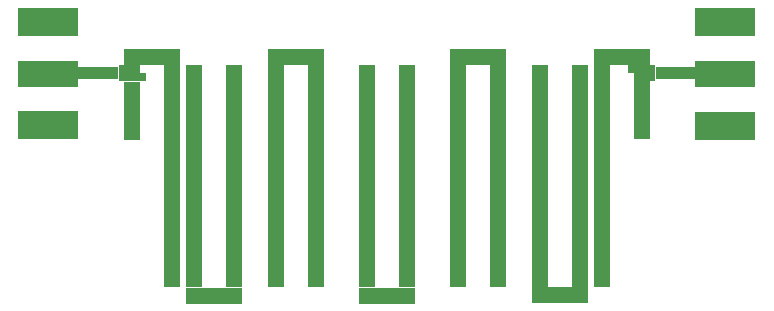
<source format=gbr>
%TF.GenerationSoftware,Altium Limited,Altium Designer,24.6.1 (21)*%
G04 Layer_Physical_Order=1*
G04 Layer_Color=255*
%FSLAX45Y45*%
%MOMM*%
%TF.SameCoordinates,938BD6B4-B4CB-411F-8767-7B88C634C079*%
%TF.FilePolarity,Positive*%
%TF.FileFunction,Copper,L1,Top,Signal*%
%TF.Part,Single*%
G01*
G75*
%TA.AperFunction,ConnectorPad*%
%ADD10R,5.08000X2.28600*%
%ADD11R,5.08000X2.41300*%
%TA.AperFunction,Conductor*%
%ADD12R,1.36500X5.00000*%
%ADD13R,4.72948X1.36398*%
%ADD14R,1.35998X18.84900*%
%TA.AperFunction,NonConductor*%
%ADD15R,1.35998X18.84900*%
%ADD16R,4.72948X1.36398*%
%ADD17R,1.36777X18.84794*%
%TA.AperFunction,Conductor*%
%ADD18R,1.36742X18.85288*%
%ADD19R,3.59578X1.00000*%
%ADD20R,3.59304X1.00000*%
%TA.AperFunction,ViaPad*%
%ADD21C,1.80000*%
G36*
X3580463Y4632216D02*
X3627453D01*
Y4563890D01*
X3397075D01*
Y4700288D01*
X3580463D01*
Y4632216D01*
D02*
G37*
G36*
X7940693Y4566390D02*
X7757305D01*
Y4634716D01*
X7710315D01*
Y4702788D01*
X7940693D01*
Y4566390D01*
D02*
G37*
D10*
X2802660Y4627500D02*
D03*
X8534840Y4625000D02*
D03*
D11*
X2802660Y5065650D02*
D03*
Y4189350D02*
D03*
X8534840Y4186850D02*
D03*
Y5063150D02*
D03*
D12*
X3511747Y4315000D02*
D03*
X7825453Y4317500D02*
D03*
D13*
X3680949Y4768547D02*
D03*
X7657229Y4771047D02*
D03*
D14*
X3849424Y3759602D02*
D03*
D15*
X4035570D02*
D03*
X5064424Y3760398D02*
D03*
X5500469Y3759602D02*
D03*
X6609424Y3760398D02*
D03*
X6964498Y3760050D02*
D03*
D16*
X4204045Y2748953D02*
D03*
X4895949Y4771047D02*
D03*
X5668944Y2748953D02*
D03*
X6440950Y4771047D02*
D03*
X7132973Y2749401D02*
D03*
D17*
X4372130Y3759549D02*
D03*
X4727864Y3760451D02*
D03*
X5837029Y3759549D02*
D03*
X6272864Y3760451D02*
D03*
X7301058Y3759997D02*
D03*
D18*
X7489126Y3760144D02*
D03*
D19*
X3217286Y4632500D02*
D03*
D20*
X8120345Y4635000D02*
D03*
D21*
X8675000Y4185000D02*
D03*
X8397500Y4190000D02*
D03*
X8402500Y5070000D02*
D03*
X8670000D02*
D03*
X2950000Y5075000D02*
D03*
X2670000D02*
D03*
X2942500Y4197500D02*
D03*
X2667500Y4195000D02*
D03*
%TF.MD5,62afb600231b27bbaec625466663ce48*%
M02*

</source>
